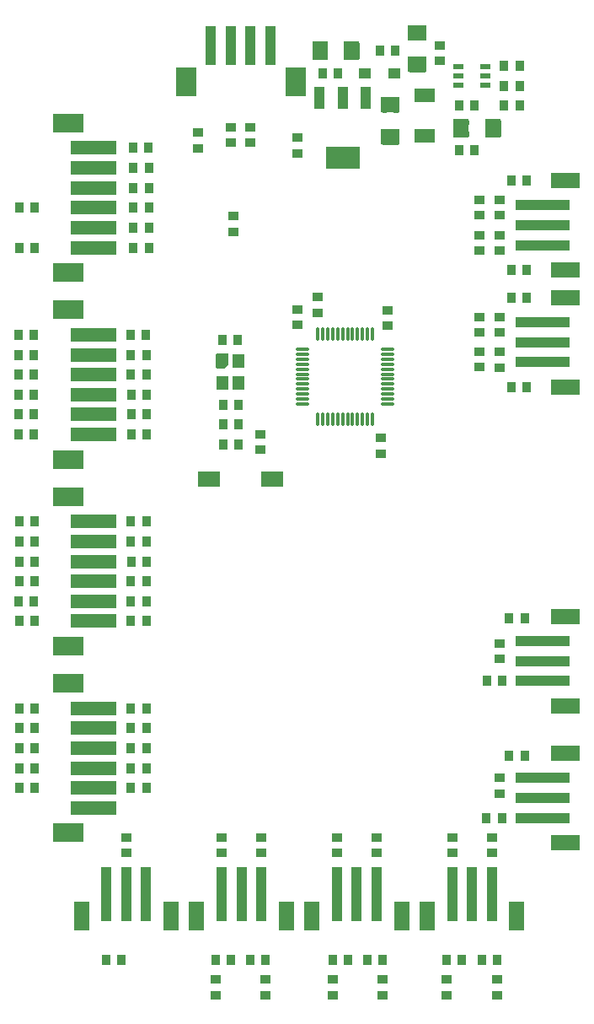
<source format=gbr>
%TF.GenerationSoftware,KiCad,Pcbnew,8.0.2*%
%TF.CreationDate,2025-05-12T10:49:56+08:00*%
%TF.ProjectId,ternel_box,7465726e-656c-45f6-926f-782e6b696361,rev?*%
%TF.SameCoordinates,PX7233d70PY8583b00*%
%TF.FileFunction,Paste,Top*%
%TF.FilePolarity,Positive*%
%FSLAX46Y46*%
G04 Gerber Fmt 4.6, Leading zero omitted, Abs format (unit mm)*
G04 Created by KiCad (PCBNEW 8.0.2) date 2025-05-12 10:49:56*
%MOMM*%
%LPD*%
G01*
G04 APERTURE LIST*
G04 Aperture macros list*
%AMRoundRect*
0 Rectangle with rounded corners*
0 $1 Rounding radius*
0 $2 $3 $4 $5 $6 $7 $8 $9 X,Y pos of 4 corners*
0 Add a 4 corners polygon primitive as box body*
4,1,4,$2,$3,$4,$5,$6,$7,$8,$9,$2,$3,0*
0 Add four circle primitives for the rounded corners*
1,1,$1+$1,$2,$3*
1,1,$1+$1,$4,$5*
1,1,$1+$1,$6,$7*
1,1,$1+$1,$8,$9*
0 Add four rect primitives between the rounded corners*
20,1,$1+$1,$2,$3,$4,$5,0*
20,1,$1+$1,$4,$5,$6,$7,0*
20,1,$1+$1,$6,$7,$8,$9,0*
20,1,$1+$1,$8,$9,$2,$3,0*%
%AMFreePoly0*
4,1,15,0.380426,0.617426,0.381388,0.616442,0.743388,0.237442,0.760000,0.196000,0.760000,-0.575000,0.742426,-0.617426,0.700000,-0.635000,-0.700000,-0.635000,-0.742426,-0.617426,-0.760000,-0.575000,-0.760000,0.575000,-0.742426,0.617426,-0.700000,0.635000,0.338000,0.635000,0.380426,0.617426,0.380426,0.617426,$1*%
G04 Aperture macros list end*
%ADD10C,0.005100*%
%ADD11R,0.930000X0.980000*%
%ADD12R,0.980000X0.930000*%
%ADD13R,1.250000X1.000000*%
%ADD14R,2.300000X1.600000*%
%ADD15RoundRect,0.050800X0.864000X-0.742500X0.864000X0.742500X-0.864000X0.742500X-0.864000X-0.742500X0*%
%ADD16RoundRect,0.050800X-0.742500X-0.864000X0.742500X-0.864000X0.742500X0.864000X-0.742500X0.864000X0*%
%ADD17RoundRect,0.050000X-2.250000X0.600000X-2.250000X-0.600000X2.250000X-0.600000X2.250000X0.600000X0*%
%ADD18RoundRect,0.050000X-1.500000X0.900000X-1.500000X-0.900000X1.500000X-0.900000X1.500000X0.900000X0*%
%ADD19FreePoly0,270.000000*%
%ADD20R,1.150000X1.400000*%
%ADD21R,1.000000X5.500000*%
%ADD22R,1.600000X3.000000*%
%ADD23R,1.000000X2.200000*%
%ADD24R,3.500000X2.200000*%
%ADD25R,2.120000X1.400000*%
%ADD26R,5.500000X1.000000*%
%ADD27R,3.000000X1.600000*%
%ADD28R,1.100000X0.600000*%
%ADD29R,1.000000X4.000000*%
%ADD30R,2.000000X3.000000*%
%ADD31O,1.500000X0.270000*%
%ADD32O,0.270000X1.500000*%
G04 APERTURE END LIST*
D10*
%TO.C,C20*%
X39614000Y91485000D02*
X39614000Y90200000D01*
X39514000Y90100000D01*
X39143800Y90100000D01*
X39043800Y90200000D01*
X39043800Y90504900D01*
X38943800Y90604900D01*
X38556200Y90604900D01*
X38456200Y90504900D01*
X38456200Y90200000D01*
X38356200Y90100000D01*
X37986000Y90100000D01*
X37886000Y90200000D01*
X37886000Y91485000D01*
X37986000Y91585000D01*
X39514000Y91585000D01*
X39614000Y91485000D01*
G36*
X39614000Y91485000D02*
G01*
X39614000Y90200000D01*
X39514000Y90100000D01*
X39143800Y90100000D01*
X39043800Y90200000D01*
X39043800Y90504900D01*
X38943800Y90604900D01*
X38556200Y90604900D01*
X38456200Y90504900D01*
X38456200Y90200000D01*
X38356200Y90100000D01*
X37986000Y90100000D01*
X37886000Y90200000D01*
X37886000Y91485000D01*
X37986000Y91585000D01*
X39514000Y91585000D01*
X39614000Y91485000D01*
G37*
X38456200Y88300000D02*
X38456200Y87995100D01*
X38556200Y87895100D01*
X38943800Y87895100D01*
X39043800Y87995100D01*
X39043800Y88300000D01*
X39143800Y88400000D01*
X39514000Y88400000D01*
X39614000Y88300000D01*
X39614000Y87015000D01*
X39514000Y86915000D01*
X37986000Y86915000D01*
X37886000Y87015000D01*
X37886000Y88300000D01*
X37986000Y88400000D01*
X38356200Y88400000D01*
X38456200Y88300000D01*
G36*
X38456200Y88300000D02*
G01*
X38456200Y87995100D01*
X38556200Y87895100D01*
X38943800Y87895100D01*
X39043800Y87995100D01*
X39043800Y88300000D01*
X39143800Y88400000D01*
X39514000Y88400000D01*
X39614000Y88300000D01*
X39614000Y87015000D01*
X39514000Y86915000D01*
X37986000Y86915000D01*
X37886000Y87015000D01*
X37886000Y88300000D01*
X37986000Y88400000D01*
X38356200Y88400000D01*
X38456200Y88300000D01*
G37*
%TO.C,C16*%
X32450000Y97014000D02*
X32450000Y96643800D01*
X32350000Y96543800D01*
X32045100Y96543800D01*
X31945100Y96443800D01*
X31945100Y96056200D01*
X32045100Y95956200D01*
X32350000Y95956200D01*
X32450000Y95856200D01*
X32450000Y95486000D01*
X32350000Y95386000D01*
X31065000Y95386000D01*
X30965000Y95486000D01*
X30965000Y97014000D01*
X31065000Y97114000D01*
X32350000Y97114000D01*
X32450000Y97014000D01*
G36*
X32450000Y97014000D02*
G01*
X32450000Y96643800D01*
X32350000Y96543800D01*
X32045100Y96543800D01*
X31945100Y96443800D01*
X31945100Y96056200D01*
X32045100Y95956200D01*
X32350000Y95956200D01*
X32450000Y95856200D01*
X32450000Y95486000D01*
X32350000Y95386000D01*
X31065000Y95386000D01*
X30965000Y95486000D01*
X30965000Y97014000D01*
X31065000Y97114000D01*
X32350000Y97114000D01*
X32450000Y97014000D01*
G37*
X35635000Y97014000D02*
X35635000Y95486000D01*
X35535000Y95386000D01*
X34250000Y95386000D01*
X34150000Y95486000D01*
X34150000Y95856200D01*
X34250000Y95956200D01*
X34554900Y95956200D01*
X34654900Y96056200D01*
X34654900Y96443800D01*
X34554900Y96543800D01*
X34250000Y96543800D01*
X34150000Y96643800D01*
X34150000Y97014000D01*
X34250000Y97114000D01*
X35535000Y97114000D01*
X35635000Y97014000D01*
G36*
X35635000Y97014000D02*
G01*
X35635000Y95486000D01*
X35535000Y95386000D01*
X34250000Y95386000D01*
X34150000Y95486000D01*
X34150000Y95856200D01*
X34250000Y95956200D01*
X34554900Y95956200D01*
X34654900Y96056200D01*
X34654900Y96443800D01*
X34554900Y96543800D01*
X34250000Y96543800D01*
X34150000Y96643800D01*
X34150000Y97014000D01*
X34250000Y97114000D01*
X35535000Y97114000D01*
X35635000Y97014000D01*
G37*
%TO.C,C24*%
X42364000Y98735000D02*
X42364000Y97450000D01*
X42264000Y97350000D01*
X41893800Y97350000D01*
X41793800Y97450000D01*
X41793800Y97754900D01*
X41693800Y97854900D01*
X41306200Y97854900D01*
X41206200Y97754900D01*
X41206200Y97450000D01*
X41106200Y97350000D01*
X40736000Y97350000D01*
X40636000Y97450000D01*
X40636000Y98735000D01*
X40736000Y98835000D01*
X42264000Y98835000D01*
X42364000Y98735000D01*
G36*
X42364000Y98735000D02*
G01*
X42364000Y97450000D01*
X42264000Y97350000D01*
X41893800Y97350000D01*
X41793800Y97450000D01*
X41793800Y97754900D01*
X41693800Y97854900D01*
X41306200Y97854900D01*
X41206200Y97754900D01*
X41206200Y97450000D01*
X41106200Y97350000D01*
X40736000Y97350000D01*
X40636000Y97450000D01*
X40636000Y98735000D01*
X40736000Y98835000D01*
X42264000Y98835000D01*
X42364000Y98735000D01*
G37*
X41206200Y95550000D02*
X41206200Y95245100D01*
X41306200Y95145100D01*
X41693800Y95145100D01*
X41793800Y95245100D01*
X41793800Y95550000D01*
X41893800Y95650000D01*
X42264000Y95650000D01*
X42364000Y95550000D01*
X42364000Y94265000D01*
X42264000Y94165000D01*
X40736000Y94165000D01*
X40636000Y94265000D01*
X40636000Y95550000D01*
X40736000Y95650000D01*
X41106200Y95650000D01*
X41206200Y95550000D01*
G36*
X41206200Y95550000D02*
G01*
X41206200Y95245100D01*
X41306200Y95145100D01*
X41693800Y95145100D01*
X41793800Y95245100D01*
X41793800Y95550000D01*
X41893800Y95650000D01*
X42264000Y95650000D01*
X42364000Y95550000D01*
X42364000Y94265000D01*
X42264000Y94165000D01*
X40736000Y94165000D01*
X40636000Y94265000D01*
X40636000Y95550000D01*
X40736000Y95650000D01*
X41106200Y95650000D01*
X41206200Y95550000D01*
G37*
%TO.C,C15*%
X46650000Y89264000D02*
X46650000Y88893800D01*
X46550000Y88793800D01*
X46245100Y88793800D01*
X46145100Y88693800D01*
X46145100Y88306200D01*
X46245100Y88206200D01*
X46550000Y88206200D01*
X46650000Y88106200D01*
X46650000Y87736000D01*
X46550000Y87636000D01*
X45265000Y87636000D01*
X45165000Y87736000D01*
X45165000Y89264000D01*
X45265000Y89364000D01*
X46550000Y89364000D01*
X46650000Y89264000D01*
G36*
X46650000Y89264000D02*
G01*
X46650000Y88893800D01*
X46550000Y88793800D01*
X46245100Y88793800D01*
X46145100Y88693800D01*
X46145100Y88306200D01*
X46245100Y88206200D01*
X46550000Y88206200D01*
X46650000Y88106200D01*
X46650000Y87736000D01*
X46550000Y87636000D01*
X45265000Y87636000D01*
X45165000Y87736000D01*
X45165000Y89264000D01*
X45265000Y89364000D01*
X46550000Y89364000D01*
X46650000Y89264000D01*
G37*
X49835000Y89264000D02*
X49835000Y87736000D01*
X49735000Y87636000D01*
X48450000Y87636000D01*
X48350000Y87736000D01*
X48350000Y88106200D01*
X48450000Y88206200D01*
X48754900Y88206200D01*
X48854900Y88306200D01*
X48854900Y88693800D01*
X48754900Y88793800D01*
X48450000Y88793800D01*
X48350000Y88893800D01*
X48350000Y89264000D01*
X48450000Y89364000D01*
X49735000Y89364000D01*
X49835000Y89264000D01*
G36*
X49835000Y89264000D02*
G01*
X49835000Y87736000D01*
X49735000Y87636000D01*
X48450000Y87636000D01*
X48350000Y87736000D01*
X48350000Y88106200D01*
X48450000Y88206200D01*
X48754900Y88206200D01*
X48854900Y88306200D01*
X48854900Y88693800D01*
X48754900Y88793800D01*
X48450000Y88793800D01*
X48350000Y88893800D01*
X48350000Y89264000D01*
X48450000Y89364000D01*
X49735000Y89364000D01*
X49835000Y89264000D01*
G37*
%TD*%
D11*
%TO.C,R52*%
X1480000Y39000000D03*
X3020000Y39000000D03*
%TD*%
D12*
%TO.C,R8*%
X47772712Y66024028D03*
X47772712Y64484028D03*
%TD*%
%TO.C,C32*%
X31500000Y69980000D03*
X31500000Y71520000D03*
%TD*%
%TO.C,C12*%
X49750000Y76230000D03*
X49750000Y77770000D03*
%TD*%
D11*
%TO.C,R48*%
X1460000Y67750000D03*
X3000000Y67750000D03*
%TD*%
%TO.C,R41*%
X14520000Y76500000D03*
X12980000Y76500000D03*
%TD*%
D13*
%TO.C,D1*%
X36275000Y94000000D03*
X39225000Y94000000D03*
%TD*%
D12*
%TO.C,C30*%
X37800000Y57370000D03*
X37800000Y55830000D03*
%TD*%
%TO.C,C29*%
X25750000Y57770000D03*
X25750000Y56230000D03*
%TD*%
%TO.C,R9*%
X47770000Y68000000D03*
X47770000Y69540000D03*
%TD*%
D14*
%TO.C,K1*%
X26900000Y53250000D03*
X20600000Y53250000D03*
%TD*%
D11*
%TO.C,C18*%
X51770000Y90750000D03*
X50230000Y90750000D03*
%TD*%
D12*
%TO.C,R73*%
X23000000Y78100000D03*
X23000000Y79640000D03*
%TD*%
D11*
%TO.C,R5*%
X21980000Y58750000D03*
X23520000Y58750000D03*
%TD*%
%TO.C,R28*%
X12980000Y78500000D03*
X14520000Y78500000D03*
%TD*%
%TO.C,R33*%
X1480000Y45000000D03*
X3020000Y45000000D03*
%TD*%
D15*
%TO.C,C20*%
X38750000Y87657400D03*
X38750000Y90842600D03*
%TD*%
D12*
%TO.C,R20*%
X49000000Y17270000D03*
X49000000Y15730000D03*
%TD*%
D11*
%TO.C,R63*%
X1480000Y26250000D03*
X3020000Y26250000D03*
%TD*%
%TO.C,R53*%
X14270000Y63750000D03*
X12730000Y63750000D03*
%TD*%
D12*
%TO.C,R15*%
X21833333Y17270000D03*
X21833333Y15730000D03*
%TD*%
%TO.C,R18*%
X37416666Y17270000D03*
X37416666Y15730000D03*
%TD*%
D11*
%TO.C,C8*%
X44460000Y5000000D03*
X46000000Y5000000D03*
%TD*%
D16*
%TO.C,C16*%
X31707400Y96250000D03*
X34892600Y96250000D03*
%TD*%
D17*
%TO.C,P3*%
X9000000Y49000000D03*
X9000000Y47000000D03*
X9000000Y45000000D03*
X9000000Y43000000D03*
X9000000Y41000000D03*
X9000000Y39000000D03*
D18*
X6450000Y36499900D03*
X6450000Y51499900D03*
%TD*%
D11*
%TO.C,R38*%
X52280594Y39250000D03*
X50740594Y39250000D03*
%TD*%
D12*
%TO.C,R24*%
X33020000Y1480000D03*
X33020000Y3020000D03*
%TD*%
D11*
%TO.C,R31*%
X14290000Y45000000D03*
X12750000Y45000000D03*
%TD*%
D15*
%TO.C,C24*%
X41500000Y94907400D03*
X41500000Y98092600D03*
%TD*%
D12*
%TO.C,R17*%
X33416666Y17270000D03*
X33416666Y15730000D03*
%TD*%
D11*
%TO.C,R35*%
X48480000Y33000000D03*
X50020000Y33000000D03*
%TD*%
D19*
%TO.C,X1*%
X21950000Y65100000D03*
D20*
X21950000Y62900000D03*
X23550000Y62900000D03*
X23550000Y65100000D03*
%TD*%
D11*
%TO.C,C19*%
X31980000Y94000000D03*
X33520000Y94000000D03*
%TD*%
%TO.C,R32*%
X1480000Y47000000D03*
X3020000Y47000000D03*
%TD*%
D12*
%TO.C,R4*%
X22750000Y88570000D03*
X22750000Y87030000D03*
%TD*%
%TO.C,C5*%
X49750000Y69540000D03*
X49750000Y68000000D03*
%TD*%
D17*
%TO.C,P1*%
X9000000Y86500000D03*
X9000000Y84500000D03*
X9000000Y82500000D03*
X9000000Y80500000D03*
X9000000Y78500000D03*
X9000000Y76500000D03*
D18*
X6450000Y73999900D03*
X6450000Y88999900D03*
%TD*%
D11*
%TO.C,R69*%
X1480000Y24250000D03*
X3020000Y24250000D03*
%TD*%
%TO.C,R39*%
X1480000Y43000000D03*
X3020000Y43000000D03*
%TD*%
%TO.C,R11*%
X1460000Y57750000D03*
X3000000Y57750000D03*
%TD*%
%TO.C,R50*%
X14270000Y39000000D03*
X12730000Y39000000D03*
%TD*%
%TO.C,C17*%
X45730000Y86250000D03*
X47270000Y86250000D03*
%TD*%
%TO.C,R49*%
X1460000Y65750000D03*
X3000000Y65750000D03*
%TD*%
%TO.C,R6*%
X14290000Y57750000D03*
X12750000Y57750000D03*
%TD*%
%TO.C,C3*%
X38040000Y5000000D03*
X36500000Y5000000D03*
%TD*%
D21*
%TO.C,J3*%
X33416666Y11625000D03*
X35416666Y11625000D03*
X37416666Y11625000D03*
D22*
X39916666Y9375000D03*
X30916666Y9375000D03*
%TD*%
D21*
%TO.C,J1*%
X10250000Y11625000D03*
X12250000Y11625000D03*
X14250000Y11625000D03*
D22*
X16750000Y9375000D03*
X7750000Y9375000D03*
%TD*%
D23*
%TO.C,U1*%
X36300000Y91500000D03*
D24*
X34000000Y85500000D03*
D23*
X34000000Y91500000D03*
X31700000Y91500000D03*
%TD*%
D12*
%TO.C,C33*%
X38500000Y68630000D03*
X38500000Y70170000D03*
%TD*%
D11*
%TO.C,C4*%
X49500000Y5000000D03*
X47960000Y5000000D03*
%TD*%
D12*
%TO.C,R27*%
X49500000Y1480000D03*
X49500000Y3020000D03*
%TD*%
D11*
%TO.C,R14*%
X52520000Y71500000D03*
X50980000Y71500000D03*
%TD*%
%TO.C,R54*%
X14290000Y61750000D03*
X12750000Y61750000D03*
%TD*%
D12*
%TO.C,R19*%
X45000000Y17270000D03*
X45000000Y15730000D03*
%TD*%
D11*
%TO.C,C28*%
X23550000Y60750000D03*
X22010000Y60750000D03*
%TD*%
D12*
%TO.C,C10*%
X49750000Y36770000D03*
X49750000Y35230000D03*
%TD*%
D25*
%TO.C,L1*%
X42250000Y87722000D03*
X42250000Y91778000D03*
%TD*%
D21*
%TO.C,J4*%
X45000000Y11625000D03*
X47000000Y11625000D03*
X49000000Y11625000D03*
D22*
X51500000Y9375000D03*
X42500000Y9375000D03*
%TD*%
D11*
%TO.C,R12*%
X1480000Y49000000D03*
X3020000Y49000000D03*
%TD*%
%TO.C,R58*%
X14290000Y59750000D03*
X12750000Y59750000D03*
%TD*%
%TO.C,R56*%
X1460000Y63750000D03*
X3000000Y63750000D03*
%TD*%
D26*
%TO.C,J5*%
X54125000Y19250000D03*
X54125000Y21250000D03*
X54125000Y23250000D03*
D27*
X56375000Y25750000D03*
X56375000Y16750000D03*
%TD*%
D11*
%TO.C,R68*%
X14270000Y24250000D03*
X12730000Y24250000D03*
%TD*%
D26*
%TO.C,J7*%
X54125000Y65000000D03*
X54125000Y67000000D03*
X54125000Y69000000D03*
D27*
X56375000Y71500000D03*
X56375000Y62500000D03*
%TD*%
D16*
%TO.C,C15*%
X45907400Y88500000D03*
X49092600Y88500000D03*
%TD*%
D12*
%TO.C,R3*%
X24750000Y88570000D03*
X24750000Y87030000D03*
%TD*%
D11*
%TO.C,R1*%
X50230000Y92750000D03*
X51770000Y92750000D03*
%TD*%
%TO.C,R21*%
X12980000Y82500000D03*
X14520000Y82500000D03*
%TD*%
%TO.C,R67*%
X52520000Y83250000D03*
X50980000Y83250000D03*
%TD*%
%TO.C,R44*%
X14270000Y41000000D03*
X12730000Y41000000D03*
%TD*%
%TO.C,R13*%
X52520000Y62500000D03*
X50980000Y62500000D03*
%TD*%
%TO.C,R43*%
X1480000Y76500000D03*
X3020000Y76500000D03*
%TD*%
D12*
%TO.C,R64*%
X47770000Y77770000D03*
X47770000Y76230000D03*
%TD*%
D11*
%TO.C,R37*%
X52280594Y25500000D03*
X50740594Y25500000D03*
%TD*%
D28*
%TO.C,U2*%
X48350000Y92800000D03*
X48350000Y93750000D03*
X48350000Y94700000D03*
X45650000Y94700000D03*
X45650000Y93750000D03*
X45650000Y92800000D03*
%TD*%
D11*
%TO.C,R62*%
X1480000Y28250000D03*
X3020000Y28250000D03*
%TD*%
D12*
%TO.C,C9*%
X49750000Y23250000D03*
X49750000Y21710000D03*
%TD*%
%TO.C,R29*%
X12250000Y15730000D03*
X12250000Y17270000D03*
%TD*%
D11*
%TO.C,C21*%
X47270000Y90750000D03*
X45730000Y90750000D03*
%TD*%
%TO.C,R61*%
X1460000Y59750000D03*
X3000000Y59750000D03*
%TD*%
D12*
%TO.C,C11*%
X49750000Y64480000D03*
X49750000Y66020000D03*
%TD*%
D11*
%TO.C,R65*%
X52520000Y74250000D03*
X50980000Y74250000D03*
%TD*%
%TO.C,C2*%
X26270000Y5000000D03*
X24730000Y5000000D03*
%TD*%
D12*
%TO.C,R22*%
X21230000Y1480000D03*
X21230000Y3020000D03*
%TD*%
D26*
%TO.C,J6*%
X54125000Y33000000D03*
X54125000Y35000000D03*
X54125000Y37000000D03*
D27*
X56375000Y39500000D03*
X56375000Y30500000D03*
%TD*%
D11*
%TO.C,R71*%
X1480000Y22250000D03*
X3020000Y22250000D03*
%TD*%
%TO.C,R7*%
X14270000Y49000000D03*
X12730000Y49000000D03*
%TD*%
%TO.C,C25*%
X37730000Y96250000D03*
X39270000Y96250000D03*
%TD*%
D12*
%TO.C,R26*%
X44460000Y1480000D03*
X44460000Y3020000D03*
%TD*%
D11*
%TO.C,R36*%
X14270000Y43000000D03*
X12730000Y43000000D03*
%TD*%
D17*
%TO.C,P4*%
X9000000Y30250000D03*
X9000000Y28250000D03*
X9000000Y26250000D03*
X9000000Y24250000D03*
X9000000Y22250000D03*
X9000000Y20250000D03*
D18*
X6450000Y17749900D03*
X6450000Y32749900D03*
%TD*%
D17*
%TO.C,P2*%
X9000000Y67750000D03*
X9000000Y65750000D03*
X9000000Y63750000D03*
X9000000Y61750000D03*
X9000000Y59750000D03*
X9000000Y57750000D03*
D18*
X6450000Y55249900D03*
X6450000Y70249900D03*
%TD*%
D21*
%TO.C,J2*%
X21833333Y11625000D03*
X23833333Y11625000D03*
X25833333Y11625000D03*
D22*
X28333333Y9375000D03*
X19333333Y9375000D03*
%TD*%
D11*
%TO.C,R57*%
X1460000Y61750000D03*
X3000000Y61750000D03*
%TD*%
%TO.C,R55*%
X1480000Y30250000D03*
X3020000Y30250000D03*
%TD*%
%TO.C,C6*%
X21230000Y5000000D03*
X22770000Y5000000D03*
%TD*%
D29*
%TO.C,P5*%
X26750000Y96749500D03*
X24750000Y96749500D03*
X22750000Y96749500D03*
X20750000Y96749500D03*
D30*
X18250000Y93124500D03*
X29250000Y93124500D03*
%TD*%
D11*
%TO.C,R46*%
X14250000Y67750000D03*
X12710000Y67750000D03*
%TD*%
%TO.C,R2*%
X51770000Y94750000D03*
X50230000Y94750000D03*
%TD*%
D12*
%TO.C,C23*%
X43750000Y95280000D03*
X43750000Y96820000D03*
%TD*%
D11*
%TO.C,C1*%
X10250000Y5000000D03*
X11790000Y5000000D03*
%TD*%
%TO.C,R59*%
X14270000Y28250000D03*
X12730000Y28250000D03*
%TD*%
D12*
%TO.C,C31*%
X29500000Y68730000D03*
X29500000Y70270000D03*
%TD*%
D11*
%TO.C,R40*%
X14520000Y80500000D03*
X12980000Y80500000D03*
%TD*%
%TO.C,C7*%
X33020000Y5000000D03*
X34560000Y5000000D03*
%TD*%
%TO.C,R60*%
X14270000Y26250000D03*
X12730000Y26250000D03*
%TD*%
D31*
%TO.C,U3*%
X30000000Y66300000D03*
X30000000Y65800000D03*
X30000000Y65300000D03*
X30000000Y64800000D03*
X30000000Y64300000D03*
X30000000Y63800000D03*
X30000000Y63300000D03*
X30000000Y62800000D03*
X30000000Y62300000D03*
X30000000Y61800000D03*
X30000000Y61300000D03*
X30000000Y60800000D03*
D32*
X31500000Y59300000D03*
X32000000Y59300000D03*
X32500000Y59300000D03*
X33000000Y59300000D03*
X33500000Y59300000D03*
X34000000Y59300000D03*
X34500000Y59300000D03*
X35000000Y59300000D03*
X35500000Y59300000D03*
X36000000Y59300000D03*
X36500000Y59300000D03*
X37000000Y59300000D03*
D31*
X38500000Y60800000D03*
X38500000Y61300000D03*
X38500000Y61800000D03*
X38500000Y62300000D03*
X38500000Y62800000D03*
X38500000Y63300000D03*
X38500000Y63800000D03*
X38500000Y64300000D03*
X38500000Y64800000D03*
X38500000Y65300000D03*
X38500000Y65800000D03*
X38500000Y66300000D03*
D32*
X37000000Y67800000D03*
X36500000Y67800000D03*
X36000000Y67800000D03*
X35500000Y67800000D03*
X35000000Y67800000D03*
X34500000Y67800000D03*
X34000000Y67800000D03*
X33500000Y67800000D03*
X33000000Y67800000D03*
X32500000Y67800000D03*
X32000000Y67800000D03*
X31500000Y67800000D03*
%TD*%
D11*
%TO.C,C14*%
X12955000Y86499900D03*
X14495000Y86499900D03*
%TD*%
D12*
%TO.C,R66*%
X47770000Y79730000D03*
X47770000Y81270000D03*
%TD*%
D11*
%TO.C,R45*%
X1460000Y41000000D03*
X3000000Y41000000D03*
%TD*%
%TO.C,R42*%
X1480000Y80500000D03*
X3020000Y80500000D03*
%TD*%
%TO.C,R51*%
X14270000Y30250000D03*
X12730000Y30250000D03*
%TD*%
%TO.C,R70*%
X14270000Y22250000D03*
X12730000Y22250000D03*
%TD*%
%TO.C,R34*%
X48460000Y19250000D03*
X50000000Y19250000D03*
%TD*%
%TO.C,R30*%
X14270000Y47000000D03*
X12730000Y47000000D03*
%TD*%
D12*
%TO.C,C13*%
X49750000Y81270000D03*
X49750000Y79730000D03*
%TD*%
%TO.C,R23*%
X26270000Y1480000D03*
X26270000Y3020000D03*
%TD*%
D11*
%TO.C,C27*%
X21950000Y67250000D03*
X23490000Y67250000D03*
%TD*%
%TO.C,R47*%
X14270000Y65750000D03*
X12730000Y65750000D03*
%TD*%
D12*
%TO.C,R25*%
X38040000Y1480000D03*
X38040000Y3020000D03*
%TD*%
D26*
%TO.C,J8*%
X54125000Y76750000D03*
X54125000Y78750000D03*
X54125000Y80750000D03*
D27*
X56375000Y83250000D03*
X56375000Y74250000D03*
%TD*%
D12*
%TO.C,C22*%
X29500000Y85980000D03*
X29500000Y87520000D03*
%TD*%
D11*
%TO.C,C26*%
X23520000Y56750000D03*
X21980000Y56750000D03*
%TD*%
%TO.C,R10*%
X12980000Y84500000D03*
X14520000Y84500000D03*
%TD*%
D12*
%TO.C,R16*%
X25833333Y17270000D03*
X25833333Y15730000D03*
%TD*%
%TO.C,R72*%
X19500000Y88020000D03*
X19500000Y86480000D03*
%TD*%
M02*

</source>
